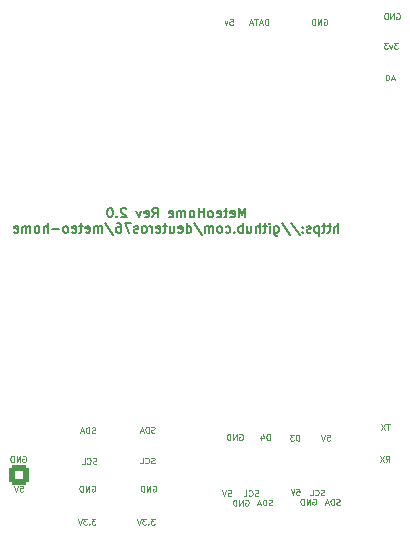
<source format=gbo>
G04 #@! TF.GenerationSoftware,KiCad,Pcbnew,7.0.7*
G04 #@! TF.CreationDate,2024-09-10T18:09:56+02:00*
G04 #@! TF.ProjectId,meteo-home,6d657465-6f2d-4686-9f6d-652e6b696361,rev?*
G04 #@! TF.SameCoordinates,Original*
G04 #@! TF.FileFunction,Legend,Bot*
G04 #@! TF.FilePolarity,Positive*
%FSLAX46Y46*%
G04 Gerber Fmt 4.6, Leading zero omitted, Abs format (unit mm)*
G04 Created by KiCad (PCBNEW 7.0.7) date 2024-09-10 18:09:56*
%MOMM*%
%LPD*%
G01*
G04 APERTURE LIST*
G04 Aperture macros list*
%AMRoundRect*
0 Rectangle with rounded corners*
0 $1 Rounding radius*
0 $2 $3 $4 $5 $6 $7 $8 $9 X,Y pos of 4 corners*
0 Add a 4 corners polygon primitive as box body*
4,1,4,$2,$3,$4,$5,$6,$7,$8,$9,$2,$3,0*
0 Add four circle primitives for the rounded corners*
1,1,$1+$1,$2,$3*
1,1,$1+$1,$4,$5*
1,1,$1+$1,$6,$7*
1,1,$1+$1,$8,$9*
0 Add four rect primitives between the rounded corners*
20,1,$1+$1,$2,$3,$4,$5,0*
20,1,$1+$1,$4,$5,$6,$7,0*
20,1,$1+$1,$6,$7,$8,$9,0*
20,1,$1+$1,$8,$9,$2,$3,0*%
G04 Aperture macros list end*
%ADD10C,0.100000*%
%ADD11C,0.150000*%
%ADD12R,2.000000X2.000000*%
%ADD13O,1.600000X2.000000*%
%ADD14R,1.727200X2.032000*%
%ADD15O,1.727200X2.032000*%
%ADD16R,1.800000X1.800000*%
%ADD17C,1.800000*%
%ADD18C,1.400000*%
%ADD19O,1.400000X1.400000*%
%ADD20R,0.850000X0.850000*%
%ADD21O,0.850000X0.850000*%
%ADD22R,1.700000X1.700000*%
%ADD23O,1.700000X1.700000*%
%ADD24RoundRect,0.250000X0.620000X-0.620000X0.620000X0.620000X-0.620000X0.620000X-0.620000X-0.620000X0*%
%ADD25C,1.740000*%
G04 APERTURE END LIST*
D10*
X133803258Y-56457419D02*
X133850877Y-56433609D01*
X133850877Y-56433609D02*
X133922306Y-56433609D01*
X133922306Y-56433609D02*
X133993734Y-56457419D01*
X133993734Y-56457419D02*
X134041353Y-56505038D01*
X134041353Y-56505038D02*
X134065163Y-56552657D01*
X134065163Y-56552657D02*
X134088972Y-56647895D01*
X134088972Y-56647895D02*
X134088972Y-56719323D01*
X134088972Y-56719323D02*
X134065163Y-56814561D01*
X134065163Y-56814561D02*
X134041353Y-56862180D01*
X134041353Y-56862180D02*
X133993734Y-56909800D01*
X133993734Y-56909800D02*
X133922306Y-56933609D01*
X133922306Y-56933609D02*
X133874687Y-56933609D01*
X133874687Y-56933609D02*
X133803258Y-56909800D01*
X133803258Y-56909800D02*
X133779449Y-56885990D01*
X133779449Y-56885990D02*
X133779449Y-56719323D01*
X133779449Y-56719323D02*
X133874687Y-56719323D01*
X133565163Y-56933609D02*
X133565163Y-56433609D01*
X133565163Y-56433609D02*
X133279449Y-56933609D01*
X133279449Y-56933609D02*
X133279449Y-56433609D01*
X133041353Y-56933609D02*
X133041353Y-56433609D01*
X133041353Y-56433609D02*
X132922305Y-56433609D01*
X132922305Y-56433609D02*
X132850877Y-56457419D01*
X132850877Y-56457419D02*
X132803258Y-56505038D01*
X132803258Y-56505038D02*
X132779448Y-56552657D01*
X132779448Y-56552657D02*
X132755639Y-56647895D01*
X132755639Y-56647895D02*
X132755639Y-56719323D01*
X132755639Y-56719323D02*
X132779448Y-56814561D01*
X132779448Y-56814561D02*
X132803258Y-56862180D01*
X132803258Y-56862180D02*
X132850877Y-56909800D01*
X132850877Y-56909800D02*
X132922305Y-56933609D01*
X132922305Y-56933609D02*
X133041353Y-56933609D01*
X127153258Y-97157419D02*
X127200877Y-97133609D01*
X127200877Y-97133609D02*
X127272306Y-97133609D01*
X127272306Y-97133609D02*
X127343734Y-97157419D01*
X127343734Y-97157419D02*
X127391353Y-97205038D01*
X127391353Y-97205038D02*
X127415163Y-97252657D01*
X127415163Y-97252657D02*
X127438972Y-97347895D01*
X127438972Y-97347895D02*
X127438972Y-97419323D01*
X127438972Y-97419323D02*
X127415163Y-97514561D01*
X127415163Y-97514561D02*
X127391353Y-97562180D01*
X127391353Y-97562180D02*
X127343734Y-97609800D01*
X127343734Y-97609800D02*
X127272306Y-97633609D01*
X127272306Y-97633609D02*
X127224687Y-97633609D01*
X127224687Y-97633609D02*
X127153258Y-97609800D01*
X127153258Y-97609800D02*
X127129449Y-97585990D01*
X127129449Y-97585990D02*
X127129449Y-97419323D01*
X127129449Y-97419323D02*
X127224687Y-97419323D01*
X126915163Y-97633609D02*
X126915163Y-97133609D01*
X126915163Y-97133609D02*
X126629449Y-97633609D01*
X126629449Y-97633609D02*
X126629449Y-97133609D01*
X126391353Y-97633609D02*
X126391353Y-97133609D01*
X126391353Y-97133609D02*
X126272305Y-97133609D01*
X126272305Y-97133609D02*
X126200877Y-97157419D01*
X126200877Y-97157419D02*
X126153258Y-97205038D01*
X126153258Y-97205038D02*
X126129448Y-97252657D01*
X126129448Y-97252657D02*
X126105639Y-97347895D01*
X126105639Y-97347895D02*
X126105639Y-97419323D01*
X126105639Y-97419323D02*
X126129448Y-97514561D01*
X126129448Y-97514561D02*
X126153258Y-97562180D01*
X126153258Y-97562180D02*
X126200877Y-97609800D01*
X126200877Y-97609800D02*
X126272305Y-97633609D01*
X126272305Y-97633609D02*
X126391353Y-97633609D01*
X114462782Y-98733609D02*
X114153258Y-98733609D01*
X114153258Y-98733609D02*
X114319925Y-98924085D01*
X114319925Y-98924085D02*
X114248496Y-98924085D01*
X114248496Y-98924085D02*
X114200877Y-98947895D01*
X114200877Y-98947895D02*
X114177068Y-98971704D01*
X114177068Y-98971704D02*
X114153258Y-99019323D01*
X114153258Y-99019323D02*
X114153258Y-99138371D01*
X114153258Y-99138371D02*
X114177068Y-99185990D01*
X114177068Y-99185990D02*
X114200877Y-99209800D01*
X114200877Y-99209800D02*
X114248496Y-99233609D01*
X114248496Y-99233609D02*
X114391353Y-99233609D01*
X114391353Y-99233609D02*
X114438972Y-99209800D01*
X114438972Y-99209800D02*
X114462782Y-99185990D01*
X113938973Y-99185990D02*
X113915163Y-99209800D01*
X113915163Y-99209800D02*
X113938973Y-99233609D01*
X113938973Y-99233609D02*
X113962782Y-99209800D01*
X113962782Y-99209800D02*
X113938973Y-99185990D01*
X113938973Y-99185990D02*
X113938973Y-99233609D01*
X113748497Y-98733609D02*
X113438973Y-98733609D01*
X113438973Y-98733609D02*
X113605640Y-98924085D01*
X113605640Y-98924085D02*
X113534211Y-98924085D01*
X113534211Y-98924085D02*
X113486592Y-98947895D01*
X113486592Y-98947895D02*
X113462783Y-98971704D01*
X113462783Y-98971704D02*
X113438973Y-99019323D01*
X113438973Y-99019323D02*
X113438973Y-99138371D01*
X113438973Y-99138371D02*
X113462783Y-99185990D01*
X113462783Y-99185990D02*
X113486592Y-99209800D01*
X113486592Y-99209800D02*
X113534211Y-99233609D01*
X113534211Y-99233609D02*
X113677068Y-99233609D01*
X113677068Y-99233609D02*
X113724687Y-99209800D01*
X113724687Y-99209800D02*
X113748497Y-99185990D01*
X113296116Y-98733609D02*
X113129450Y-99233609D01*
X113129450Y-99233609D02*
X112962783Y-98733609D01*
X114538972Y-94069800D02*
X114467544Y-94093609D01*
X114467544Y-94093609D02*
X114348496Y-94093609D01*
X114348496Y-94093609D02*
X114300877Y-94069800D01*
X114300877Y-94069800D02*
X114277068Y-94045990D01*
X114277068Y-94045990D02*
X114253258Y-93998371D01*
X114253258Y-93998371D02*
X114253258Y-93950752D01*
X114253258Y-93950752D02*
X114277068Y-93903133D01*
X114277068Y-93903133D02*
X114300877Y-93879323D01*
X114300877Y-93879323D02*
X114348496Y-93855514D01*
X114348496Y-93855514D02*
X114443734Y-93831704D01*
X114443734Y-93831704D02*
X114491353Y-93807895D01*
X114491353Y-93807895D02*
X114515163Y-93784085D01*
X114515163Y-93784085D02*
X114538972Y-93736466D01*
X114538972Y-93736466D02*
X114538972Y-93688847D01*
X114538972Y-93688847D02*
X114515163Y-93641228D01*
X114515163Y-93641228D02*
X114491353Y-93617419D01*
X114491353Y-93617419D02*
X114443734Y-93593609D01*
X114443734Y-93593609D02*
X114324687Y-93593609D01*
X114324687Y-93593609D02*
X114253258Y-93617419D01*
X113753259Y-94045990D02*
X113777068Y-94069800D01*
X113777068Y-94069800D02*
X113848497Y-94093609D01*
X113848497Y-94093609D02*
X113896116Y-94093609D01*
X113896116Y-94093609D02*
X113967544Y-94069800D01*
X113967544Y-94069800D02*
X114015163Y-94022180D01*
X114015163Y-94022180D02*
X114038973Y-93974561D01*
X114038973Y-93974561D02*
X114062782Y-93879323D01*
X114062782Y-93879323D02*
X114062782Y-93807895D01*
X114062782Y-93807895D02*
X114038973Y-93712657D01*
X114038973Y-93712657D02*
X114015163Y-93665038D01*
X114015163Y-93665038D02*
X113967544Y-93617419D01*
X113967544Y-93617419D02*
X113896116Y-93593609D01*
X113896116Y-93593609D02*
X113848497Y-93593609D01*
X113848497Y-93593609D02*
X113777068Y-93617419D01*
X113777068Y-93617419D02*
X113753259Y-93641228D01*
X113300878Y-94093609D02*
X113538973Y-94093609D01*
X113538973Y-94093609D02*
X113538973Y-93593609D01*
X129065163Y-56933609D02*
X129065163Y-56433609D01*
X129065163Y-56433609D02*
X128946115Y-56433609D01*
X128946115Y-56433609D02*
X128874687Y-56457419D01*
X128874687Y-56457419D02*
X128827068Y-56505038D01*
X128827068Y-56505038D02*
X128803258Y-56552657D01*
X128803258Y-56552657D02*
X128779449Y-56647895D01*
X128779449Y-56647895D02*
X128779449Y-56719323D01*
X128779449Y-56719323D02*
X128803258Y-56814561D01*
X128803258Y-56814561D02*
X128827068Y-56862180D01*
X128827068Y-56862180D02*
X128874687Y-56909800D01*
X128874687Y-56909800D02*
X128946115Y-56933609D01*
X128946115Y-56933609D02*
X129065163Y-56933609D01*
X128588972Y-56790752D02*
X128350877Y-56790752D01*
X128636591Y-56933609D02*
X128469925Y-56433609D01*
X128469925Y-56433609D02*
X128303258Y-56933609D01*
X128208020Y-56433609D02*
X127922306Y-56433609D01*
X128065163Y-56933609D02*
X128065163Y-56433609D01*
X127779449Y-56790752D02*
X127541354Y-56790752D01*
X127827068Y-56933609D02*
X127660402Y-56433609D01*
X127660402Y-56433609D02*
X127493735Y-56933609D01*
X114438972Y-91469800D02*
X114367544Y-91493609D01*
X114367544Y-91493609D02*
X114248496Y-91493609D01*
X114248496Y-91493609D02*
X114200877Y-91469800D01*
X114200877Y-91469800D02*
X114177068Y-91445990D01*
X114177068Y-91445990D02*
X114153258Y-91398371D01*
X114153258Y-91398371D02*
X114153258Y-91350752D01*
X114153258Y-91350752D02*
X114177068Y-91303133D01*
X114177068Y-91303133D02*
X114200877Y-91279323D01*
X114200877Y-91279323D02*
X114248496Y-91255514D01*
X114248496Y-91255514D02*
X114343734Y-91231704D01*
X114343734Y-91231704D02*
X114391353Y-91207895D01*
X114391353Y-91207895D02*
X114415163Y-91184085D01*
X114415163Y-91184085D02*
X114438972Y-91136466D01*
X114438972Y-91136466D02*
X114438972Y-91088847D01*
X114438972Y-91088847D02*
X114415163Y-91041228D01*
X114415163Y-91041228D02*
X114391353Y-91017419D01*
X114391353Y-91017419D02*
X114343734Y-90993609D01*
X114343734Y-90993609D02*
X114224687Y-90993609D01*
X114224687Y-90993609D02*
X114153258Y-91017419D01*
X113938973Y-91493609D02*
X113938973Y-90993609D01*
X113938973Y-90993609D02*
X113819925Y-90993609D01*
X113819925Y-90993609D02*
X113748497Y-91017419D01*
X113748497Y-91017419D02*
X113700878Y-91065038D01*
X113700878Y-91065038D02*
X113677068Y-91112657D01*
X113677068Y-91112657D02*
X113653259Y-91207895D01*
X113653259Y-91207895D02*
X113653259Y-91279323D01*
X113653259Y-91279323D02*
X113677068Y-91374561D01*
X113677068Y-91374561D02*
X113700878Y-91422180D01*
X113700878Y-91422180D02*
X113748497Y-91469800D01*
X113748497Y-91469800D02*
X113819925Y-91493609D01*
X113819925Y-91493609D02*
X113938973Y-91493609D01*
X113462782Y-91350752D02*
X113224687Y-91350752D01*
X113510401Y-91493609D02*
X113343735Y-90993609D01*
X113343735Y-90993609D02*
X113177068Y-91493609D01*
X133838972Y-96742300D02*
X133767544Y-96766109D01*
X133767544Y-96766109D02*
X133648496Y-96766109D01*
X133648496Y-96766109D02*
X133600877Y-96742300D01*
X133600877Y-96742300D02*
X133577068Y-96718490D01*
X133577068Y-96718490D02*
X133553258Y-96670871D01*
X133553258Y-96670871D02*
X133553258Y-96623252D01*
X133553258Y-96623252D02*
X133577068Y-96575633D01*
X133577068Y-96575633D02*
X133600877Y-96551823D01*
X133600877Y-96551823D02*
X133648496Y-96528014D01*
X133648496Y-96528014D02*
X133743734Y-96504204D01*
X133743734Y-96504204D02*
X133791353Y-96480395D01*
X133791353Y-96480395D02*
X133815163Y-96456585D01*
X133815163Y-96456585D02*
X133838972Y-96408966D01*
X133838972Y-96408966D02*
X133838972Y-96361347D01*
X133838972Y-96361347D02*
X133815163Y-96313728D01*
X133815163Y-96313728D02*
X133791353Y-96289919D01*
X133791353Y-96289919D02*
X133743734Y-96266109D01*
X133743734Y-96266109D02*
X133624687Y-96266109D01*
X133624687Y-96266109D02*
X133553258Y-96289919D01*
X133053259Y-96718490D02*
X133077068Y-96742300D01*
X133077068Y-96742300D02*
X133148497Y-96766109D01*
X133148497Y-96766109D02*
X133196116Y-96766109D01*
X133196116Y-96766109D02*
X133267544Y-96742300D01*
X133267544Y-96742300D02*
X133315163Y-96694680D01*
X133315163Y-96694680D02*
X133338973Y-96647061D01*
X133338973Y-96647061D02*
X133362782Y-96551823D01*
X133362782Y-96551823D02*
X133362782Y-96480395D01*
X133362782Y-96480395D02*
X133338973Y-96385157D01*
X133338973Y-96385157D02*
X133315163Y-96337538D01*
X133315163Y-96337538D02*
X133267544Y-96289919D01*
X133267544Y-96289919D02*
X133196116Y-96266109D01*
X133196116Y-96266109D02*
X133148497Y-96266109D01*
X133148497Y-96266109D02*
X133077068Y-96289919D01*
X133077068Y-96289919D02*
X133053259Y-96313728D01*
X132600878Y-96766109D02*
X132838973Y-96766109D01*
X132838973Y-96766109D02*
X132838973Y-96266109D01*
X140062782Y-58433609D02*
X139753258Y-58433609D01*
X139753258Y-58433609D02*
X139919925Y-58624085D01*
X139919925Y-58624085D02*
X139848496Y-58624085D01*
X139848496Y-58624085D02*
X139800877Y-58647895D01*
X139800877Y-58647895D02*
X139777068Y-58671704D01*
X139777068Y-58671704D02*
X139753258Y-58719323D01*
X139753258Y-58719323D02*
X139753258Y-58838371D01*
X139753258Y-58838371D02*
X139777068Y-58885990D01*
X139777068Y-58885990D02*
X139800877Y-58909800D01*
X139800877Y-58909800D02*
X139848496Y-58933609D01*
X139848496Y-58933609D02*
X139991353Y-58933609D01*
X139991353Y-58933609D02*
X140038972Y-58909800D01*
X140038972Y-58909800D02*
X140062782Y-58885990D01*
X139586592Y-58600276D02*
X139467544Y-58933609D01*
X139467544Y-58933609D02*
X139348497Y-58600276D01*
X139205640Y-58433609D02*
X138896116Y-58433609D01*
X138896116Y-58433609D02*
X139062783Y-58624085D01*
X139062783Y-58624085D02*
X138991354Y-58624085D01*
X138991354Y-58624085D02*
X138943735Y-58647895D01*
X138943735Y-58647895D02*
X138919926Y-58671704D01*
X138919926Y-58671704D02*
X138896116Y-58719323D01*
X138896116Y-58719323D02*
X138896116Y-58838371D01*
X138896116Y-58838371D02*
X138919926Y-58885990D01*
X138919926Y-58885990D02*
X138943735Y-58909800D01*
X138943735Y-58909800D02*
X138991354Y-58933609D01*
X138991354Y-58933609D02*
X139134211Y-58933609D01*
X139134211Y-58933609D02*
X139181830Y-58909800D01*
X139181830Y-58909800D02*
X139205640Y-58885990D01*
X134077068Y-91616109D02*
X134315163Y-91616109D01*
X134315163Y-91616109D02*
X134338972Y-91854204D01*
X134338972Y-91854204D02*
X134315163Y-91830395D01*
X134315163Y-91830395D02*
X134267544Y-91806585D01*
X134267544Y-91806585D02*
X134148496Y-91806585D01*
X134148496Y-91806585D02*
X134100877Y-91830395D01*
X134100877Y-91830395D02*
X134077068Y-91854204D01*
X134077068Y-91854204D02*
X134053258Y-91901823D01*
X134053258Y-91901823D02*
X134053258Y-92020871D01*
X134053258Y-92020871D02*
X134077068Y-92068490D01*
X134077068Y-92068490D02*
X134100877Y-92092300D01*
X134100877Y-92092300D02*
X134148496Y-92116109D01*
X134148496Y-92116109D02*
X134267544Y-92116109D01*
X134267544Y-92116109D02*
X134315163Y-92092300D01*
X134315163Y-92092300D02*
X134338972Y-92068490D01*
X133910401Y-91616109D02*
X133743735Y-92116109D01*
X133743735Y-92116109D02*
X133577068Y-91616109D01*
X119463972Y-94029800D02*
X119392544Y-94053609D01*
X119392544Y-94053609D02*
X119273496Y-94053609D01*
X119273496Y-94053609D02*
X119225877Y-94029800D01*
X119225877Y-94029800D02*
X119202068Y-94005990D01*
X119202068Y-94005990D02*
X119178258Y-93958371D01*
X119178258Y-93958371D02*
X119178258Y-93910752D01*
X119178258Y-93910752D02*
X119202068Y-93863133D01*
X119202068Y-93863133D02*
X119225877Y-93839323D01*
X119225877Y-93839323D02*
X119273496Y-93815514D01*
X119273496Y-93815514D02*
X119368734Y-93791704D01*
X119368734Y-93791704D02*
X119416353Y-93767895D01*
X119416353Y-93767895D02*
X119440163Y-93744085D01*
X119440163Y-93744085D02*
X119463972Y-93696466D01*
X119463972Y-93696466D02*
X119463972Y-93648847D01*
X119463972Y-93648847D02*
X119440163Y-93601228D01*
X119440163Y-93601228D02*
X119416353Y-93577419D01*
X119416353Y-93577419D02*
X119368734Y-93553609D01*
X119368734Y-93553609D02*
X119249687Y-93553609D01*
X119249687Y-93553609D02*
X119178258Y-93577419D01*
X118678259Y-94005990D02*
X118702068Y-94029800D01*
X118702068Y-94029800D02*
X118773497Y-94053609D01*
X118773497Y-94053609D02*
X118821116Y-94053609D01*
X118821116Y-94053609D02*
X118892544Y-94029800D01*
X118892544Y-94029800D02*
X118940163Y-93982180D01*
X118940163Y-93982180D02*
X118963973Y-93934561D01*
X118963973Y-93934561D02*
X118987782Y-93839323D01*
X118987782Y-93839323D02*
X118987782Y-93767895D01*
X118987782Y-93767895D02*
X118963973Y-93672657D01*
X118963973Y-93672657D02*
X118940163Y-93625038D01*
X118940163Y-93625038D02*
X118892544Y-93577419D01*
X118892544Y-93577419D02*
X118821116Y-93553609D01*
X118821116Y-93553609D02*
X118773497Y-93553609D01*
X118773497Y-93553609D02*
X118702068Y-93577419D01*
X118702068Y-93577419D02*
X118678259Y-93601228D01*
X118225878Y-94053609D02*
X118463973Y-94053609D01*
X118463973Y-94053609D02*
X118463973Y-93553609D01*
X126653258Y-91589119D02*
X126700877Y-91565309D01*
X126700877Y-91565309D02*
X126772306Y-91565309D01*
X126772306Y-91565309D02*
X126843734Y-91589119D01*
X126843734Y-91589119D02*
X126891353Y-91636738D01*
X126891353Y-91636738D02*
X126915163Y-91684357D01*
X126915163Y-91684357D02*
X126938972Y-91779595D01*
X126938972Y-91779595D02*
X126938972Y-91851023D01*
X126938972Y-91851023D02*
X126915163Y-91946261D01*
X126915163Y-91946261D02*
X126891353Y-91993880D01*
X126891353Y-91993880D02*
X126843734Y-92041500D01*
X126843734Y-92041500D02*
X126772306Y-92065309D01*
X126772306Y-92065309D02*
X126724687Y-92065309D01*
X126724687Y-92065309D02*
X126653258Y-92041500D01*
X126653258Y-92041500D02*
X126629449Y-92017690D01*
X126629449Y-92017690D02*
X126629449Y-91851023D01*
X126629449Y-91851023D02*
X126724687Y-91851023D01*
X126415163Y-92065309D02*
X126415163Y-91565309D01*
X126415163Y-91565309D02*
X126129449Y-92065309D01*
X126129449Y-92065309D02*
X126129449Y-91565309D01*
X125891353Y-92065309D02*
X125891353Y-91565309D01*
X125891353Y-91565309D02*
X125772305Y-91565309D01*
X125772305Y-91565309D02*
X125700877Y-91589119D01*
X125700877Y-91589119D02*
X125653258Y-91636738D01*
X125653258Y-91636738D02*
X125629448Y-91684357D01*
X125629448Y-91684357D02*
X125605639Y-91779595D01*
X125605639Y-91779595D02*
X125605639Y-91851023D01*
X125605639Y-91851023D02*
X125629448Y-91946261D01*
X125629448Y-91946261D02*
X125653258Y-91993880D01*
X125653258Y-91993880D02*
X125700877Y-92041500D01*
X125700877Y-92041500D02*
X125772305Y-92065309D01*
X125772305Y-92065309D02*
X125891353Y-92065309D01*
X114153258Y-95957419D02*
X114200877Y-95933609D01*
X114200877Y-95933609D02*
X114272306Y-95933609D01*
X114272306Y-95933609D02*
X114343734Y-95957419D01*
X114343734Y-95957419D02*
X114391353Y-96005038D01*
X114391353Y-96005038D02*
X114415163Y-96052657D01*
X114415163Y-96052657D02*
X114438972Y-96147895D01*
X114438972Y-96147895D02*
X114438972Y-96219323D01*
X114438972Y-96219323D02*
X114415163Y-96314561D01*
X114415163Y-96314561D02*
X114391353Y-96362180D01*
X114391353Y-96362180D02*
X114343734Y-96409800D01*
X114343734Y-96409800D02*
X114272306Y-96433609D01*
X114272306Y-96433609D02*
X114224687Y-96433609D01*
X114224687Y-96433609D02*
X114153258Y-96409800D01*
X114153258Y-96409800D02*
X114129449Y-96385990D01*
X114129449Y-96385990D02*
X114129449Y-96219323D01*
X114129449Y-96219323D02*
X114224687Y-96219323D01*
X113915163Y-96433609D02*
X113915163Y-95933609D01*
X113915163Y-95933609D02*
X113629449Y-96433609D01*
X113629449Y-96433609D02*
X113629449Y-95933609D01*
X113391353Y-96433609D02*
X113391353Y-95933609D01*
X113391353Y-95933609D02*
X113272305Y-95933609D01*
X113272305Y-95933609D02*
X113200877Y-95957419D01*
X113200877Y-95957419D02*
X113153258Y-96005038D01*
X113153258Y-96005038D02*
X113129448Y-96052657D01*
X113129448Y-96052657D02*
X113105639Y-96147895D01*
X113105639Y-96147895D02*
X113105639Y-96219323D01*
X113105639Y-96219323D02*
X113129448Y-96314561D01*
X113129448Y-96314561D02*
X113153258Y-96362180D01*
X113153258Y-96362180D02*
X113200877Y-96409800D01*
X113200877Y-96409800D02*
X113272305Y-96433609D01*
X113272305Y-96433609D02*
X113391353Y-96433609D01*
X139738972Y-61490752D02*
X139500877Y-61490752D01*
X139786591Y-61633609D02*
X139619925Y-61133609D01*
X139619925Y-61133609D02*
X139453258Y-61633609D01*
X139191354Y-61133609D02*
X139143735Y-61133609D01*
X139143735Y-61133609D02*
X139096116Y-61157419D01*
X139096116Y-61157419D02*
X139072306Y-61181228D01*
X139072306Y-61181228D02*
X139048497Y-61228847D01*
X139048497Y-61228847D02*
X139024687Y-61324085D01*
X139024687Y-61324085D02*
X139024687Y-61443133D01*
X139024687Y-61443133D02*
X139048497Y-61538371D01*
X139048497Y-61538371D02*
X139072306Y-61585990D01*
X139072306Y-61585990D02*
X139096116Y-61609800D01*
X139096116Y-61609800D02*
X139143735Y-61633609D01*
X139143735Y-61633609D02*
X139191354Y-61633609D01*
X139191354Y-61633609D02*
X139238973Y-61609800D01*
X139238973Y-61609800D02*
X139262782Y-61585990D01*
X139262782Y-61585990D02*
X139286592Y-61538371D01*
X139286592Y-61538371D02*
X139310401Y-61443133D01*
X139310401Y-61443133D02*
X139310401Y-61324085D01*
X139310401Y-61324085D02*
X139286592Y-61228847D01*
X139286592Y-61228847D02*
X139262782Y-61181228D01*
X139262782Y-61181228D02*
X139238973Y-61157419D01*
X139238973Y-61157419D02*
X139191354Y-61133609D01*
X128238972Y-96792300D02*
X128167544Y-96816109D01*
X128167544Y-96816109D02*
X128048496Y-96816109D01*
X128048496Y-96816109D02*
X128000877Y-96792300D01*
X128000877Y-96792300D02*
X127977068Y-96768490D01*
X127977068Y-96768490D02*
X127953258Y-96720871D01*
X127953258Y-96720871D02*
X127953258Y-96673252D01*
X127953258Y-96673252D02*
X127977068Y-96625633D01*
X127977068Y-96625633D02*
X128000877Y-96601823D01*
X128000877Y-96601823D02*
X128048496Y-96578014D01*
X128048496Y-96578014D02*
X128143734Y-96554204D01*
X128143734Y-96554204D02*
X128191353Y-96530395D01*
X128191353Y-96530395D02*
X128215163Y-96506585D01*
X128215163Y-96506585D02*
X128238972Y-96458966D01*
X128238972Y-96458966D02*
X128238972Y-96411347D01*
X128238972Y-96411347D02*
X128215163Y-96363728D01*
X128215163Y-96363728D02*
X128191353Y-96339919D01*
X128191353Y-96339919D02*
X128143734Y-96316109D01*
X128143734Y-96316109D02*
X128024687Y-96316109D01*
X128024687Y-96316109D02*
X127953258Y-96339919D01*
X127453259Y-96768490D02*
X127477068Y-96792300D01*
X127477068Y-96792300D02*
X127548497Y-96816109D01*
X127548497Y-96816109D02*
X127596116Y-96816109D01*
X127596116Y-96816109D02*
X127667544Y-96792300D01*
X127667544Y-96792300D02*
X127715163Y-96744680D01*
X127715163Y-96744680D02*
X127738973Y-96697061D01*
X127738973Y-96697061D02*
X127762782Y-96601823D01*
X127762782Y-96601823D02*
X127762782Y-96530395D01*
X127762782Y-96530395D02*
X127738973Y-96435157D01*
X127738973Y-96435157D02*
X127715163Y-96387538D01*
X127715163Y-96387538D02*
X127667544Y-96339919D01*
X127667544Y-96339919D02*
X127596116Y-96316109D01*
X127596116Y-96316109D02*
X127548497Y-96316109D01*
X127548497Y-96316109D02*
X127477068Y-96339919D01*
X127477068Y-96339919D02*
X127453259Y-96363728D01*
X127000878Y-96816109D02*
X127238973Y-96816109D01*
X127238973Y-96816109D02*
X127238973Y-96316109D01*
X139953258Y-55957419D02*
X140000877Y-55933609D01*
X140000877Y-55933609D02*
X140072306Y-55933609D01*
X140072306Y-55933609D02*
X140143734Y-55957419D01*
X140143734Y-55957419D02*
X140191353Y-56005038D01*
X140191353Y-56005038D02*
X140215163Y-56052657D01*
X140215163Y-56052657D02*
X140238972Y-56147895D01*
X140238972Y-56147895D02*
X140238972Y-56219323D01*
X140238972Y-56219323D02*
X140215163Y-56314561D01*
X140215163Y-56314561D02*
X140191353Y-56362180D01*
X140191353Y-56362180D02*
X140143734Y-56409800D01*
X140143734Y-56409800D02*
X140072306Y-56433609D01*
X140072306Y-56433609D02*
X140024687Y-56433609D01*
X140024687Y-56433609D02*
X139953258Y-56409800D01*
X139953258Y-56409800D02*
X139929449Y-56385990D01*
X139929449Y-56385990D02*
X139929449Y-56219323D01*
X139929449Y-56219323D02*
X140024687Y-56219323D01*
X139715163Y-56433609D02*
X139715163Y-55933609D01*
X139715163Y-55933609D02*
X139429449Y-56433609D01*
X139429449Y-56433609D02*
X139429449Y-55933609D01*
X139191353Y-56433609D02*
X139191353Y-55933609D01*
X139191353Y-55933609D02*
X139072305Y-55933609D01*
X139072305Y-55933609D02*
X139000877Y-55957419D01*
X139000877Y-55957419D02*
X138953258Y-56005038D01*
X138953258Y-56005038D02*
X138929448Y-56052657D01*
X138929448Y-56052657D02*
X138905639Y-56147895D01*
X138905639Y-56147895D02*
X138905639Y-56219323D01*
X138905639Y-56219323D02*
X138929448Y-56314561D01*
X138929448Y-56314561D02*
X138953258Y-56362180D01*
X138953258Y-56362180D02*
X139000877Y-56409800D01*
X139000877Y-56409800D02*
X139072305Y-56433609D01*
X139072305Y-56433609D02*
X139191353Y-56433609D01*
X129215163Y-92065309D02*
X129215163Y-91565309D01*
X129215163Y-91565309D02*
X129096115Y-91565309D01*
X129096115Y-91565309D02*
X129024687Y-91589119D01*
X129024687Y-91589119D02*
X128977068Y-91636738D01*
X128977068Y-91636738D02*
X128953258Y-91684357D01*
X128953258Y-91684357D02*
X128929449Y-91779595D01*
X128929449Y-91779595D02*
X128929449Y-91851023D01*
X128929449Y-91851023D02*
X128953258Y-91946261D01*
X128953258Y-91946261D02*
X128977068Y-91993880D01*
X128977068Y-91993880D02*
X129024687Y-92041500D01*
X129024687Y-92041500D02*
X129096115Y-92065309D01*
X129096115Y-92065309D02*
X129215163Y-92065309D01*
X128500877Y-91731976D02*
X128500877Y-92065309D01*
X128619925Y-91541500D02*
X128738972Y-91898642D01*
X128738972Y-91898642D02*
X128429449Y-91898642D01*
X119327458Y-95957419D02*
X119375077Y-95933609D01*
X119375077Y-95933609D02*
X119446506Y-95933609D01*
X119446506Y-95933609D02*
X119517934Y-95957419D01*
X119517934Y-95957419D02*
X119565553Y-96005038D01*
X119565553Y-96005038D02*
X119589363Y-96052657D01*
X119589363Y-96052657D02*
X119613172Y-96147895D01*
X119613172Y-96147895D02*
X119613172Y-96219323D01*
X119613172Y-96219323D02*
X119589363Y-96314561D01*
X119589363Y-96314561D02*
X119565553Y-96362180D01*
X119565553Y-96362180D02*
X119517934Y-96409800D01*
X119517934Y-96409800D02*
X119446506Y-96433609D01*
X119446506Y-96433609D02*
X119398887Y-96433609D01*
X119398887Y-96433609D02*
X119327458Y-96409800D01*
X119327458Y-96409800D02*
X119303649Y-96385990D01*
X119303649Y-96385990D02*
X119303649Y-96219323D01*
X119303649Y-96219323D02*
X119398887Y-96219323D01*
X119089363Y-96433609D02*
X119089363Y-95933609D01*
X119089363Y-95933609D02*
X118803649Y-96433609D01*
X118803649Y-96433609D02*
X118803649Y-95933609D01*
X118565553Y-96433609D02*
X118565553Y-95933609D01*
X118565553Y-95933609D02*
X118446505Y-95933609D01*
X118446505Y-95933609D02*
X118375077Y-95957419D01*
X118375077Y-95957419D02*
X118327458Y-96005038D01*
X118327458Y-96005038D02*
X118303648Y-96052657D01*
X118303648Y-96052657D02*
X118279839Y-96147895D01*
X118279839Y-96147895D02*
X118279839Y-96219323D01*
X118279839Y-96219323D02*
X118303648Y-96314561D01*
X118303648Y-96314561D02*
X118327458Y-96362180D01*
X118327458Y-96362180D02*
X118375077Y-96409800D01*
X118375077Y-96409800D02*
X118446505Y-96433609D01*
X118446505Y-96433609D02*
X118565553Y-96433609D01*
X125677068Y-96333609D02*
X125915163Y-96333609D01*
X125915163Y-96333609D02*
X125938972Y-96571704D01*
X125938972Y-96571704D02*
X125915163Y-96547895D01*
X125915163Y-96547895D02*
X125867544Y-96524085D01*
X125867544Y-96524085D02*
X125748496Y-96524085D01*
X125748496Y-96524085D02*
X125700877Y-96547895D01*
X125700877Y-96547895D02*
X125677068Y-96571704D01*
X125677068Y-96571704D02*
X125653258Y-96619323D01*
X125653258Y-96619323D02*
X125653258Y-96738371D01*
X125653258Y-96738371D02*
X125677068Y-96785990D01*
X125677068Y-96785990D02*
X125700877Y-96809800D01*
X125700877Y-96809800D02*
X125748496Y-96833609D01*
X125748496Y-96833609D02*
X125867544Y-96833609D01*
X125867544Y-96833609D02*
X125915163Y-96809800D01*
X125915163Y-96809800D02*
X125938972Y-96785990D01*
X125510401Y-96333609D02*
X125343735Y-96833609D01*
X125343735Y-96833609D02*
X125177068Y-96333609D01*
X119462782Y-98733609D02*
X119153258Y-98733609D01*
X119153258Y-98733609D02*
X119319925Y-98924085D01*
X119319925Y-98924085D02*
X119248496Y-98924085D01*
X119248496Y-98924085D02*
X119200877Y-98947895D01*
X119200877Y-98947895D02*
X119177068Y-98971704D01*
X119177068Y-98971704D02*
X119153258Y-99019323D01*
X119153258Y-99019323D02*
X119153258Y-99138371D01*
X119153258Y-99138371D02*
X119177068Y-99185990D01*
X119177068Y-99185990D02*
X119200877Y-99209800D01*
X119200877Y-99209800D02*
X119248496Y-99233609D01*
X119248496Y-99233609D02*
X119391353Y-99233609D01*
X119391353Y-99233609D02*
X119438972Y-99209800D01*
X119438972Y-99209800D02*
X119462782Y-99185990D01*
X118938973Y-99185990D02*
X118915163Y-99209800D01*
X118915163Y-99209800D02*
X118938973Y-99233609D01*
X118938973Y-99233609D02*
X118962782Y-99209800D01*
X118962782Y-99209800D02*
X118938973Y-99185990D01*
X118938973Y-99185990D02*
X118938973Y-99233609D01*
X118748497Y-98733609D02*
X118438973Y-98733609D01*
X118438973Y-98733609D02*
X118605640Y-98924085D01*
X118605640Y-98924085D02*
X118534211Y-98924085D01*
X118534211Y-98924085D02*
X118486592Y-98947895D01*
X118486592Y-98947895D02*
X118462783Y-98971704D01*
X118462783Y-98971704D02*
X118438973Y-99019323D01*
X118438973Y-99019323D02*
X118438973Y-99138371D01*
X118438973Y-99138371D02*
X118462783Y-99185990D01*
X118462783Y-99185990D02*
X118486592Y-99209800D01*
X118486592Y-99209800D02*
X118534211Y-99233609D01*
X118534211Y-99233609D02*
X118677068Y-99233609D01*
X118677068Y-99233609D02*
X118724687Y-99209800D01*
X118724687Y-99209800D02*
X118748497Y-99185990D01*
X118296116Y-98733609D02*
X118129450Y-99233609D01*
X118129450Y-99233609D02*
X117962783Y-98733609D01*
X131715163Y-92116109D02*
X131715163Y-91616109D01*
X131715163Y-91616109D02*
X131596115Y-91616109D01*
X131596115Y-91616109D02*
X131524687Y-91639919D01*
X131524687Y-91639919D02*
X131477068Y-91687538D01*
X131477068Y-91687538D02*
X131453258Y-91735157D01*
X131453258Y-91735157D02*
X131429449Y-91830395D01*
X131429449Y-91830395D02*
X131429449Y-91901823D01*
X131429449Y-91901823D02*
X131453258Y-91997061D01*
X131453258Y-91997061D02*
X131477068Y-92044680D01*
X131477068Y-92044680D02*
X131524687Y-92092300D01*
X131524687Y-92092300D02*
X131596115Y-92116109D01*
X131596115Y-92116109D02*
X131715163Y-92116109D01*
X131262782Y-91616109D02*
X130953258Y-91616109D01*
X130953258Y-91616109D02*
X131119925Y-91806585D01*
X131119925Y-91806585D02*
X131048496Y-91806585D01*
X131048496Y-91806585D02*
X131000877Y-91830395D01*
X131000877Y-91830395D02*
X130977068Y-91854204D01*
X130977068Y-91854204D02*
X130953258Y-91901823D01*
X130953258Y-91901823D02*
X130953258Y-92020871D01*
X130953258Y-92020871D02*
X130977068Y-92068490D01*
X130977068Y-92068490D02*
X131000877Y-92092300D01*
X131000877Y-92092300D02*
X131048496Y-92116109D01*
X131048496Y-92116109D02*
X131191353Y-92116109D01*
X131191353Y-92116109D02*
X131238972Y-92092300D01*
X131238972Y-92092300D02*
X131262782Y-92068490D01*
X125827068Y-56433609D02*
X126065163Y-56433609D01*
X126065163Y-56433609D02*
X126088972Y-56671704D01*
X126088972Y-56671704D02*
X126065163Y-56647895D01*
X126065163Y-56647895D02*
X126017544Y-56624085D01*
X126017544Y-56624085D02*
X125898496Y-56624085D01*
X125898496Y-56624085D02*
X125850877Y-56647895D01*
X125850877Y-56647895D02*
X125827068Y-56671704D01*
X125827068Y-56671704D02*
X125803258Y-56719323D01*
X125803258Y-56719323D02*
X125803258Y-56838371D01*
X125803258Y-56838371D02*
X125827068Y-56885990D01*
X125827068Y-56885990D02*
X125850877Y-56909800D01*
X125850877Y-56909800D02*
X125898496Y-56933609D01*
X125898496Y-56933609D02*
X126017544Y-56933609D01*
X126017544Y-56933609D02*
X126065163Y-56909800D01*
X126065163Y-56909800D02*
X126088972Y-56885990D01*
X125636592Y-56600276D02*
X125517544Y-56933609D01*
X125517544Y-56933609D02*
X125398497Y-56600276D01*
D11*
X127109523Y-73218295D02*
X127109523Y-72418295D01*
X127109523Y-72418295D02*
X126842857Y-72989723D01*
X126842857Y-72989723D02*
X126576190Y-72418295D01*
X126576190Y-72418295D02*
X126576190Y-73218295D01*
X125890475Y-73180200D02*
X125966666Y-73218295D01*
X125966666Y-73218295D02*
X126119047Y-73218295D01*
X126119047Y-73218295D02*
X126195237Y-73180200D01*
X126195237Y-73180200D02*
X126233333Y-73104009D01*
X126233333Y-73104009D02*
X126233333Y-72799247D01*
X126233333Y-72799247D02*
X126195237Y-72723057D01*
X126195237Y-72723057D02*
X126119047Y-72684961D01*
X126119047Y-72684961D02*
X125966666Y-72684961D01*
X125966666Y-72684961D02*
X125890475Y-72723057D01*
X125890475Y-72723057D02*
X125852380Y-72799247D01*
X125852380Y-72799247D02*
X125852380Y-72875438D01*
X125852380Y-72875438D02*
X126233333Y-72951628D01*
X125623809Y-72684961D02*
X125319047Y-72684961D01*
X125509523Y-72418295D02*
X125509523Y-73104009D01*
X125509523Y-73104009D02*
X125471428Y-73180200D01*
X125471428Y-73180200D02*
X125395238Y-73218295D01*
X125395238Y-73218295D02*
X125319047Y-73218295D01*
X124747618Y-73180200D02*
X124823809Y-73218295D01*
X124823809Y-73218295D02*
X124976190Y-73218295D01*
X124976190Y-73218295D02*
X125052380Y-73180200D01*
X125052380Y-73180200D02*
X125090476Y-73104009D01*
X125090476Y-73104009D02*
X125090476Y-72799247D01*
X125090476Y-72799247D02*
X125052380Y-72723057D01*
X125052380Y-72723057D02*
X124976190Y-72684961D01*
X124976190Y-72684961D02*
X124823809Y-72684961D01*
X124823809Y-72684961D02*
X124747618Y-72723057D01*
X124747618Y-72723057D02*
X124709523Y-72799247D01*
X124709523Y-72799247D02*
X124709523Y-72875438D01*
X124709523Y-72875438D02*
X125090476Y-72951628D01*
X124252381Y-73218295D02*
X124328571Y-73180200D01*
X124328571Y-73180200D02*
X124366666Y-73142104D01*
X124366666Y-73142104D02*
X124404762Y-73065914D01*
X124404762Y-73065914D02*
X124404762Y-72837342D01*
X124404762Y-72837342D02*
X124366666Y-72761152D01*
X124366666Y-72761152D02*
X124328571Y-72723057D01*
X124328571Y-72723057D02*
X124252381Y-72684961D01*
X124252381Y-72684961D02*
X124138095Y-72684961D01*
X124138095Y-72684961D02*
X124061904Y-72723057D01*
X124061904Y-72723057D02*
X124023809Y-72761152D01*
X124023809Y-72761152D02*
X123985714Y-72837342D01*
X123985714Y-72837342D02*
X123985714Y-73065914D01*
X123985714Y-73065914D02*
X124023809Y-73142104D01*
X124023809Y-73142104D02*
X124061904Y-73180200D01*
X124061904Y-73180200D02*
X124138095Y-73218295D01*
X124138095Y-73218295D02*
X124252381Y-73218295D01*
X123642856Y-73218295D02*
X123642856Y-72418295D01*
X123642856Y-72799247D02*
X123185713Y-72799247D01*
X123185713Y-73218295D02*
X123185713Y-72418295D01*
X122690476Y-73218295D02*
X122766666Y-73180200D01*
X122766666Y-73180200D02*
X122804761Y-73142104D01*
X122804761Y-73142104D02*
X122842857Y-73065914D01*
X122842857Y-73065914D02*
X122842857Y-72837342D01*
X122842857Y-72837342D02*
X122804761Y-72761152D01*
X122804761Y-72761152D02*
X122766666Y-72723057D01*
X122766666Y-72723057D02*
X122690476Y-72684961D01*
X122690476Y-72684961D02*
X122576190Y-72684961D01*
X122576190Y-72684961D02*
X122499999Y-72723057D01*
X122499999Y-72723057D02*
X122461904Y-72761152D01*
X122461904Y-72761152D02*
X122423809Y-72837342D01*
X122423809Y-72837342D02*
X122423809Y-73065914D01*
X122423809Y-73065914D02*
X122461904Y-73142104D01*
X122461904Y-73142104D02*
X122499999Y-73180200D01*
X122499999Y-73180200D02*
X122576190Y-73218295D01*
X122576190Y-73218295D02*
X122690476Y-73218295D01*
X122080951Y-73218295D02*
X122080951Y-72684961D01*
X122080951Y-72761152D02*
X122042856Y-72723057D01*
X122042856Y-72723057D02*
X121966666Y-72684961D01*
X121966666Y-72684961D02*
X121852380Y-72684961D01*
X121852380Y-72684961D02*
X121776189Y-72723057D01*
X121776189Y-72723057D02*
X121738094Y-72799247D01*
X121738094Y-72799247D02*
X121738094Y-73218295D01*
X121738094Y-72799247D02*
X121699999Y-72723057D01*
X121699999Y-72723057D02*
X121623808Y-72684961D01*
X121623808Y-72684961D02*
X121509523Y-72684961D01*
X121509523Y-72684961D02*
X121433332Y-72723057D01*
X121433332Y-72723057D02*
X121395237Y-72799247D01*
X121395237Y-72799247D02*
X121395237Y-73218295D01*
X120709522Y-73180200D02*
X120785713Y-73218295D01*
X120785713Y-73218295D02*
X120938094Y-73218295D01*
X120938094Y-73218295D02*
X121014284Y-73180200D01*
X121014284Y-73180200D02*
X121052380Y-73104009D01*
X121052380Y-73104009D02*
X121052380Y-72799247D01*
X121052380Y-72799247D02*
X121014284Y-72723057D01*
X121014284Y-72723057D02*
X120938094Y-72684961D01*
X120938094Y-72684961D02*
X120785713Y-72684961D01*
X120785713Y-72684961D02*
X120709522Y-72723057D01*
X120709522Y-72723057D02*
X120671427Y-72799247D01*
X120671427Y-72799247D02*
X120671427Y-72875438D01*
X120671427Y-72875438D02*
X121052380Y-72951628D01*
X119261903Y-73218295D02*
X119528570Y-72837342D01*
X119719046Y-73218295D02*
X119719046Y-72418295D01*
X119719046Y-72418295D02*
X119414284Y-72418295D01*
X119414284Y-72418295D02*
X119338094Y-72456390D01*
X119338094Y-72456390D02*
X119299999Y-72494485D01*
X119299999Y-72494485D02*
X119261903Y-72570676D01*
X119261903Y-72570676D02*
X119261903Y-72684961D01*
X119261903Y-72684961D02*
X119299999Y-72761152D01*
X119299999Y-72761152D02*
X119338094Y-72799247D01*
X119338094Y-72799247D02*
X119414284Y-72837342D01*
X119414284Y-72837342D02*
X119719046Y-72837342D01*
X118614284Y-73180200D02*
X118690475Y-73218295D01*
X118690475Y-73218295D02*
X118842856Y-73218295D01*
X118842856Y-73218295D02*
X118919046Y-73180200D01*
X118919046Y-73180200D02*
X118957142Y-73104009D01*
X118957142Y-73104009D02*
X118957142Y-72799247D01*
X118957142Y-72799247D02*
X118919046Y-72723057D01*
X118919046Y-72723057D02*
X118842856Y-72684961D01*
X118842856Y-72684961D02*
X118690475Y-72684961D01*
X118690475Y-72684961D02*
X118614284Y-72723057D01*
X118614284Y-72723057D02*
X118576189Y-72799247D01*
X118576189Y-72799247D02*
X118576189Y-72875438D01*
X118576189Y-72875438D02*
X118957142Y-72951628D01*
X118309523Y-72684961D02*
X118119047Y-73218295D01*
X118119047Y-73218295D02*
X117928570Y-72684961D01*
X117052380Y-72494485D02*
X117014284Y-72456390D01*
X117014284Y-72456390D02*
X116938094Y-72418295D01*
X116938094Y-72418295D02*
X116747618Y-72418295D01*
X116747618Y-72418295D02*
X116671427Y-72456390D01*
X116671427Y-72456390D02*
X116633332Y-72494485D01*
X116633332Y-72494485D02*
X116595237Y-72570676D01*
X116595237Y-72570676D02*
X116595237Y-72646866D01*
X116595237Y-72646866D02*
X116633332Y-72761152D01*
X116633332Y-72761152D02*
X117090475Y-73218295D01*
X117090475Y-73218295D02*
X116595237Y-73218295D01*
X116252379Y-73142104D02*
X116214284Y-73180200D01*
X116214284Y-73180200D02*
X116252379Y-73218295D01*
X116252379Y-73218295D02*
X116290475Y-73180200D01*
X116290475Y-73180200D02*
X116252379Y-73142104D01*
X116252379Y-73142104D02*
X116252379Y-73218295D01*
X115719046Y-72418295D02*
X115642856Y-72418295D01*
X115642856Y-72418295D02*
X115566665Y-72456390D01*
X115566665Y-72456390D02*
X115528570Y-72494485D01*
X115528570Y-72494485D02*
X115490475Y-72570676D01*
X115490475Y-72570676D02*
X115452380Y-72723057D01*
X115452380Y-72723057D02*
X115452380Y-72913533D01*
X115452380Y-72913533D02*
X115490475Y-73065914D01*
X115490475Y-73065914D02*
X115528570Y-73142104D01*
X115528570Y-73142104D02*
X115566665Y-73180200D01*
X115566665Y-73180200D02*
X115642856Y-73218295D01*
X115642856Y-73218295D02*
X115719046Y-73218295D01*
X115719046Y-73218295D02*
X115795237Y-73180200D01*
X115795237Y-73180200D02*
X115833332Y-73142104D01*
X115833332Y-73142104D02*
X115871427Y-73065914D01*
X115871427Y-73065914D02*
X115909523Y-72913533D01*
X115909523Y-72913533D02*
X115909523Y-72723057D01*
X115909523Y-72723057D02*
X115871427Y-72570676D01*
X115871427Y-72570676D02*
X115833332Y-72494485D01*
X115833332Y-72494485D02*
X115795237Y-72456390D01*
X115795237Y-72456390D02*
X115719046Y-72418295D01*
X135014287Y-74506295D02*
X135014287Y-73706295D01*
X134671430Y-74506295D02*
X134671430Y-74087247D01*
X134671430Y-74087247D02*
X134709525Y-74011057D01*
X134709525Y-74011057D02*
X134785716Y-73972961D01*
X134785716Y-73972961D02*
X134900002Y-73972961D01*
X134900002Y-73972961D02*
X134976192Y-74011057D01*
X134976192Y-74011057D02*
X135014287Y-74049152D01*
X134404763Y-73972961D02*
X134100001Y-73972961D01*
X134290477Y-73706295D02*
X134290477Y-74392009D01*
X134290477Y-74392009D02*
X134252382Y-74468200D01*
X134252382Y-74468200D02*
X134176192Y-74506295D01*
X134176192Y-74506295D02*
X134100001Y-74506295D01*
X133947620Y-73972961D02*
X133642858Y-73972961D01*
X133833334Y-73706295D02*
X133833334Y-74392009D01*
X133833334Y-74392009D02*
X133795239Y-74468200D01*
X133795239Y-74468200D02*
X133719049Y-74506295D01*
X133719049Y-74506295D02*
X133642858Y-74506295D01*
X133376191Y-73972961D02*
X133376191Y-74772961D01*
X133376191Y-74011057D02*
X133300001Y-73972961D01*
X133300001Y-73972961D02*
X133147620Y-73972961D01*
X133147620Y-73972961D02*
X133071429Y-74011057D01*
X133071429Y-74011057D02*
X133033334Y-74049152D01*
X133033334Y-74049152D02*
X132995239Y-74125342D01*
X132995239Y-74125342D02*
X132995239Y-74353914D01*
X132995239Y-74353914D02*
X133033334Y-74430104D01*
X133033334Y-74430104D02*
X133071429Y-74468200D01*
X133071429Y-74468200D02*
X133147620Y-74506295D01*
X133147620Y-74506295D02*
X133300001Y-74506295D01*
X133300001Y-74506295D02*
X133376191Y-74468200D01*
X132690477Y-74468200D02*
X132614286Y-74506295D01*
X132614286Y-74506295D02*
X132461905Y-74506295D01*
X132461905Y-74506295D02*
X132385715Y-74468200D01*
X132385715Y-74468200D02*
X132347619Y-74392009D01*
X132347619Y-74392009D02*
X132347619Y-74353914D01*
X132347619Y-74353914D02*
X132385715Y-74277723D01*
X132385715Y-74277723D02*
X132461905Y-74239628D01*
X132461905Y-74239628D02*
X132576191Y-74239628D01*
X132576191Y-74239628D02*
X132652381Y-74201533D01*
X132652381Y-74201533D02*
X132690477Y-74125342D01*
X132690477Y-74125342D02*
X132690477Y-74087247D01*
X132690477Y-74087247D02*
X132652381Y-74011057D01*
X132652381Y-74011057D02*
X132576191Y-73972961D01*
X132576191Y-73972961D02*
X132461905Y-73972961D01*
X132461905Y-73972961D02*
X132385715Y-74011057D01*
X132004762Y-74430104D02*
X131966667Y-74468200D01*
X131966667Y-74468200D02*
X132004762Y-74506295D01*
X132004762Y-74506295D02*
X132042858Y-74468200D01*
X132042858Y-74468200D02*
X132004762Y-74430104D01*
X132004762Y-74430104D02*
X132004762Y-74506295D01*
X132004762Y-74011057D02*
X131966667Y-74049152D01*
X131966667Y-74049152D02*
X132004762Y-74087247D01*
X132004762Y-74087247D02*
X132042858Y-74049152D01*
X132042858Y-74049152D02*
X132004762Y-74011057D01*
X132004762Y-74011057D02*
X132004762Y-74087247D01*
X131052382Y-73668200D02*
X131738096Y-74696771D01*
X130214287Y-73668200D02*
X130900001Y-74696771D01*
X129604763Y-73972961D02*
X129604763Y-74620580D01*
X129604763Y-74620580D02*
X129642858Y-74696771D01*
X129642858Y-74696771D02*
X129680954Y-74734866D01*
X129680954Y-74734866D02*
X129757144Y-74772961D01*
X129757144Y-74772961D02*
X129871430Y-74772961D01*
X129871430Y-74772961D02*
X129947620Y-74734866D01*
X129604763Y-74468200D02*
X129680954Y-74506295D01*
X129680954Y-74506295D02*
X129833335Y-74506295D01*
X129833335Y-74506295D02*
X129909525Y-74468200D01*
X129909525Y-74468200D02*
X129947620Y-74430104D01*
X129947620Y-74430104D02*
X129985716Y-74353914D01*
X129985716Y-74353914D02*
X129985716Y-74125342D01*
X129985716Y-74125342D02*
X129947620Y-74049152D01*
X129947620Y-74049152D02*
X129909525Y-74011057D01*
X129909525Y-74011057D02*
X129833335Y-73972961D01*
X129833335Y-73972961D02*
X129680954Y-73972961D01*
X129680954Y-73972961D02*
X129604763Y-74011057D01*
X129223810Y-74506295D02*
X129223810Y-73972961D01*
X129223810Y-73706295D02*
X129261906Y-73744390D01*
X129261906Y-73744390D02*
X129223810Y-73782485D01*
X129223810Y-73782485D02*
X129185715Y-73744390D01*
X129185715Y-73744390D02*
X129223810Y-73706295D01*
X129223810Y-73706295D02*
X129223810Y-73782485D01*
X128957144Y-73972961D02*
X128652382Y-73972961D01*
X128842858Y-73706295D02*
X128842858Y-74392009D01*
X128842858Y-74392009D02*
X128804763Y-74468200D01*
X128804763Y-74468200D02*
X128728573Y-74506295D01*
X128728573Y-74506295D02*
X128652382Y-74506295D01*
X128385715Y-74506295D02*
X128385715Y-73706295D01*
X128042858Y-74506295D02*
X128042858Y-74087247D01*
X128042858Y-74087247D02*
X128080953Y-74011057D01*
X128080953Y-74011057D02*
X128157144Y-73972961D01*
X128157144Y-73972961D02*
X128271430Y-73972961D01*
X128271430Y-73972961D02*
X128347620Y-74011057D01*
X128347620Y-74011057D02*
X128385715Y-74049152D01*
X127319048Y-73972961D02*
X127319048Y-74506295D01*
X127661905Y-73972961D02*
X127661905Y-74392009D01*
X127661905Y-74392009D02*
X127623810Y-74468200D01*
X127623810Y-74468200D02*
X127547620Y-74506295D01*
X127547620Y-74506295D02*
X127433334Y-74506295D01*
X127433334Y-74506295D02*
X127357143Y-74468200D01*
X127357143Y-74468200D02*
X127319048Y-74430104D01*
X126938095Y-74506295D02*
X126938095Y-73706295D01*
X126938095Y-74011057D02*
X126861905Y-73972961D01*
X126861905Y-73972961D02*
X126709524Y-73972961D01*
X126709524Y-73972961D02*
X126633333Y-74011057D01*
X126633333Y-74011057D02*
X126595238Y-74049152D01*
X126595238Y-74049152D02*
X126557143Y-74125342D01*
X126557143Y-74125342D02*
X126557143Y-74353914D01*
X126557143Y-74353914D02*
X126595238Y-74430104D01*
X126595238Y-74430104D02*
X126633333Y-74468200D01*
X126633333Y-74468200D02*
X126709524Y-74506295D01*
X126709524Y-74506295D02*
X126861905Y-74506295D01*
X126861905Y-74506295D02*
X126938095Y-74468200D01*
X126214285Y-74430104D02*
X126176190Y-74468200D01*
X126176190Y-74468200D02*
X126214285Y-74506295D01*
X126214285Y-74506295D02*
X126252381Y-74468200D01*
X126252381Y-74468200D02*
X126214285Y-74430104D01*
X126214285Y-74430104D02*
X126214285Y-74506295D01*
X125490476Y-74468200D02*
X125566667Y-74506295D01*
X125566667Y-74506295D02*
X125719048Y-74506295D01*
X125719048Y-74506295D02*
X125795238Y-74468200D01*
X125795238Y-74468200D02*
X125833333Y-74430104D01*
X125833333Y-74430104D02*
X125871429Y-74353914D01*
X125871429Y-74353914D02*
X125871429Y-74125342D01*
X125871429Y-74125342D02*
X125833333Y-74049152D01*
X125833333Y-74049152D02*
X125795238Y-74011057D01*
X125795238Y-74011057D02*
X125719048Y-73972961D01*
X125719048Y-73972961D02*
X125566667Y-73972961D01*
X125566667Y-73972961D02*
X125490476Y-74011057D01*
X125033334Y-74506295D02*
X125109524Y-74468200D01*
X125109524Y-74468200D02*
X125147619Y-74430104D01*
X125147619Y-74430104D02*
X125185715Y-74353914D01*
X125185715Y-74353914D02*
X125185715Y-74125342D01*
X125185715Y-74125342D02*
X125147619Y-74049152D01*
X125147619Y-74049152D02*
X125109524Y-74011057D01*
X125109524Y-74011057D02*
X125033334Y-73972961D01*
X125033334Y-73972961D02*
X124919048Y-73972961D01*
X124919048Y-73972961D02*
X124842857Y-74011057D01*
X124842857Y-74011057D02*
X124804762Y-74049152D01*
X124804762Y-74049152D02*
X124766667Y-74125342D01*
X124766667Y-74125342D02*
X124766667Y-74353914D01*
X124766667Y-74353914D02*
X124804762Y-74430104D01*
X124804762Y-74430104D02*
X124842857Y-74468200D01*
X124842857Y-74468200D02*
X124919048Y-74506295D01*
X124919048Y-74506295D02*
X125033334Y-74506295D01*
X124423809Y-74506295D02*
X124423809Y-73972961D01*
X124423809Y-74049152D02*
X124385714Y-74011057D01*
X124385714Y-74011057D02*
X124309524Y-73972961D01*
X124309524Y-73972961D02*
X124195238Y-73972961D01*
X124195238Y-73972961D02*
X124119047Y-74011057D01*
X124119047Y-74011057D02*
X124080952Y-74087247D01*
X124080952Y-74087247D02*
X124080952Y-74506295D01*
X124080952Y-74087247D02*
X124042857Y-74011057D01*
X124042857Y-74011057D02*
X123966666Y-73972961D01*
X123966666Y-73972961D02*
X123852381Y-73972961D01*
X123852381Y-73972961D02*
X123776190Y-74011057D01*
X123776190Y-74011057D02*
X123738095Y-74087247D01*
X123738095Y-74087247D02*
X123738095Y-74506295D01*
X122785714Y-73668200D02*
X123471428Y-74696771D01*
X122176190Y-74506295D02*
X122176190Y-73706295D01*
X122176190Y-74468200D02*
X122252381Y-74506295D01*
X122252381Y-74506295D02*
X122404762Y-74506295D01*
X122404762Y-74506295D02*
X122480952Y-74468200D01*
X122480952Y-74468200D02*
X122519047Y-74430104D01*
X122519047Y-74430104D02*
X122557143Y-74353914D01*
X122557143Y-74353914D02*
X122557143Y-74125342D01*
X122557143Y-74125342D02*
X122519047Y-74049152D01*
X122519047Y-74049152D02*
X122480952Y-74011057D01*
X122480952Y-74011057D02*
X122404762Y-73972961D01*
X122404762Y-73972961D02*
X122252381Y-73972961D01*
X122252381Y-73972961D02*
X122176190Y-74011057D01*
X121490475Y-74468200D02*
X121566666Y-74506295D01*
X121566666Y-74506295D02*
X121719047Y-74506295D01*
X121719047Y-74506295D02*
X121795237Y-74468200D01*
X121795237Y-74468200D02*
X121833333Y-74392009D01*
X121833333Y-74392009D02*
X121833333Y-74087247D01*
X121833333Y-74087247D02*
X121795237Y-74011057D01*
X121795237Y-74011057D02*
X121719047Y-73972961D01*
X121719047Y-73972961D02*
X121566666Y-73972961D01*
X121566666Y-73972961D02*
X121490475Y-74011057D01*
X121490475Y-74011057D02*
X121452380Y-74087247D01*
X121452380Y-74087247D02*
X121452380Y-74163438D01*
X121452380Y-74163438D02*
X121833333Y-74239628D01*
X120766666Y-73972961D02*
X120766666Y-74506295D01*
X121109523Y-73972961D02*
X121109523Y-74392009D01*
X121109523Y-74392009D02*
X121071428Y-74468200D01*
X121071428Y-74468200D02*
X120995238Y-74506295D01*
X120995238Y-74506295D02*
X120880952Y-74506295D01*
X120880952Y-74506295D02*
X120804761Y-74468200D01*
X120804761Y-74468200D02*
X120766666Y-74430104D01*
X120499999Y-73972961D02*
X120195237Y-73972961D01*
X120385713Y-73706295D02*
X120385713Y-74392009D01*
X120385713Y-74392009D02*
X120347618Y-74468200D01*
X120347618Y-74468200D02*
X120271428Y-74506295D01*
X120271428Y-74506295D02*
X120195237Y-74506295D01*
X119623808Y-74468200D02*
X119699999Y-74506295D01*
X119699999Y-74506295D02*
X119852380Y-74506295D01*
X119852380Y-74506295D02*
X119928570Y-74468200D01*
X119928570Y-74468200D02*
X119966666Y-74392009D01*
X119966666Y-74392009D02*
X119966666Y-74087247D01*
X119966666Y-74087247D02*
X119928570Y-74011057D01*
X119928570Y-74011057D02*
X119852380Y-73972961D01*
X119852380Y-73972961D02*
X119699999Y-73972961D01*
X119699999Y-73972961D02*
X119623808Y-74011057D01*
X119623808Y-74011057D02*
X119585713Y-74087247D01*
X119585713Y-74087247D02*
X119585713Y-74163438D01*
X119585713Y-74163438D02*
X119966666Y-74239628D01*
X119242856Y-74506295D02*
X119242856Y-73972961D01*
X119242856Y-74125342D02*
X119204761Y-74049152D01*
X119204761Y-74049152D02*
X119166666Y-74011057D01*
X119166666Y-74011057D02*
X119090475Y-73972961D01*
X119090475Y-73972961D02*
X119014285Y-73972961D01*
X118633333Y-74506295D02*
X118709523Y-74468200D01*
X118709523Y-74468200D02*
X118747618Y-74430104D01*
X118747618Y-74430104D02*
X118785714Y-74353914D01*
X118785714Y-74353914D02*
X118785714Y-74125342D01*
X118785714Y-74125342D02*
X118747618Y-74049152D01*
X118747618Y-74049152D02*
X118709523Y-74011057D01*
X118709523Y-74011057D02*
X118633333Y-73972961D01*
X118633333Y-73972961D02*
X118519047Y-73972961D01*
X118519047Y-73972961D02*
X118442856Y-74011057D01*
X118442856Y-74011057D02*
X118404761Y-74049152D01*
X118404761Y-74049152D02*
X118366666Y-74125342D01*
X118366666Y-74125342D02*
X118366666Y-74353914D01*
X118366666Y-74353914D02*
X118404761Y-74430104D01*
X118404761Y-74430104D02*
X118442856Y-74468200D01*
X118442856Y-74468200D02*
X118519047Y-74506295D01*
X118519047Y-74506295D02*
X118633333Y-74506295D01*
X118061904Y-74468200D02*
X117985713Y-74506295D01*
X117985713Y-74506295D02*
X117833332Y-74506295D01*
X117833332Y-74506295D02*
X117757142Y-74468200D01*
X117757142Y-74468200D02*
X117719046Y-74392009D01*
X117719046Y-74392009D02*
X117719046Y-74353914D01*
X117719046Y-74353914D02*
X117757142Y-74277723D01*
X117757142Y-74277723D02*
X117833332Y-74239628D01*
X117833332Y-74239628D02*
X117947618Y-74239628D01*
X117947618Y-74239628D02*
X118023808Y-74201533D01*
X118023808Y-74201533D02*
X118061904Y-74125342D01*
X118061904Y-74125342D02*
X118061904Y-74087247D01*
X118061904Y-74087247D02*
X118023808Y-74011057D01*
X118023808Y-74011057D02*
X117947618Y-73972961D01*
X117947618Y-73972961D02*
X117833332Y-73972961D01*
X117833332Y-73972961D02*
X117757142Y-74011057D01*
X117452380Y-73706295D02*
X116919046Y-73706295D01*
X116919046Y-73706295D02*
X117261904Y-74506295D01*
X116271427Y-73706295D02*
X116423808Y-73706295D01*
X116423808Y-73706295D02*
X116499999Y-73744390D01*
X116499999Y-73744390D02*
X116538094Y-73782485D01*
X116538094Y-73782485D02*
X116614284Y-73896771D01*
X116614284Y-73896771D02*
X116652380Y-74049152D01*
X116652380Y-74049152D02*
X116652380Y-74353914D01*
X116652380Y-74353914D02*
X116614284Y-74430104D01*
X116614284Y-74430104D02*
X116576189Y-74468200D01*
X116576189Y-74468200D02*
X116499999Y-74506295D01*
X116499999Y-74506295D02*
X116347618Y-74506295D01*
X116347618Y-74506295D02*
X116271427Y-74468200D01*
X116271427Y-74468200D02*
X116233332Y-74430104D01*
X116233332Y-74430104D02*
X116195237Y-74353914D01*
X116195237Y-74353914D02*
X116195237Y-74163438D01*
X116195237Y-74163438D02*
X116233332Y-74087247D01*
X116233332Y-74087247D02*
X116271427Y-74049152D01*
X116271427Y-74049152D02*
X116347618Y-74011057D01*
X116347618Y-74011057D02*
X116499999Y-74011057D01*
X116499999Y-74011057D02*
X116576189Y-74049152D01*
X116576189Y-74049152D02*
X116614284Y-74087247D01*
X116614284Y-74087247D02*
X116652380Y-74163438D01*
X115280951Y-73668200D02*
X115966665Y-74696771D01*
X115014284Y-74506295D02*
X115014284Y-73972961D01*
X115014284Y-74049152D02*
X114976189Y-74011057D01*
X114976189Y-74011057D02*
X114899999Y-73972961D01*
X114899999Y-73972961D02*
X114785713Y-73972961D01*
X114785713Y-73972961D02*
X114709522Y-74011057D01*
X114709522Y-74011057D02*
X114671427Y-74087247D01*
X114671427Y-74087247D02*
X114671427Y-74506295D01*
X114671427Y-74087247D02*
X114633332Y-74011057D01*
X114633332Y-74011057D02*
X114557141Y-73972961D01*
X114557141Y-73972961D02*
X114442856Y-73972961D01*
X114442856Y-73972961D02*
X114366665Y-74011057D01*
X114366665Y-74011057D02*
X114328570Y-74087247D01*
X114328570Y-74087247D02*
X114328570Y-74506295D01*
X113642855Y-74468200D02*
X113719046Y-74506295D01*
X113719046Y-74506295D02*
X113871427Y-74506295D01*
X113871427Y-74506295D02*
X113947617Y-74468200D01*
X113947617Y-74468200D02*
X113985713Y-74392009D01*
X113985713Y-74392009D02*
X113985713Y-74087247D01*
X113985713Y-74087247D02*
X113947617Y-74011057D01*
X113947617Y-74011057D02*
X113871427Y-73972961D01*
X113871427Y-73972961D02*
X113719046Y-73972961D01*
X113719046Y-73972961D02*
X113642855Y-74011057D01*
X113642855Y-74011057D02*
X113604760Y-74087247D01*
X113604760Y-74087247D02*
X113604760Y-74163438D01*
X113604760Y-74163438D02*
X113985713Y-74239628D01*
X113376189Y-73972961D02*
X113071427Y-73972961D01*
X113261903Y-73706295D02*
X113261903Y-74392009D01*
X113261903Y-74392009D02*
X113223808Y-74468200D01*
X113223808Y-74468200D02*
X113147618Y-74506295D01*
X113147618Y-74506295D02*
X113071427Y-74506295D01*
X112499998Y-74468200D02*
X112576189Y-74506295D01*
X112576189Y-74506295D02*
X112728570Y-74506295D01*
X112728570Y-74506295D02*
X112804760Y-74468200D01*
X112804760Y-74468200D02*
X112842856Y-74392009D01*
X112842856Y-74392009D02*
X112842856Y-74087247D01*
X112842856Y-74087247D02*
X112804760Y-74011057D01*
X112804760Y-74011057D02*
X112728570Y-73972961D01*
X112728570Y-73972961D02*
X112576189Y-73972961D01*
X112576189Y-73972961D02*
X112499998Y-74011057D01*
X112499998Y-74011057D02*
X112461903Y-74087247D01*
X112461903Y-74087247D02*
X112461903Y-74163438D01*
X112461903Y-74163438D02*
X112842856Y-74239628D01*
X112004761Y-74506295D02*
X112080951Y-74468200D01*
X112080951Y-74468200D02*
X112119046Y-74430104D01*
X112119046Y-74430104D02*
X112157142Y-74353914D01*
X112157142Y-74353914D02*
X112157142Y-74125342D01*
X112157142Y-74125342D02*
X112119046Y-74049152D01*
X112119046Y-74049152D02*
X112080951Y-74011057D01*
X112080951Y-74011057D02*
X112004761Y-73972961D01*
X112004761Y-73972961D02*
X111890475Y-73972961D01*
X111890475Y-73972961D02*
X111814284Y-74011057D01*
X111814284Y-74011057D02*
X111776189Y-74049152D01*
X111776189Y-74049152D02*
X111738094Y-74125342D01*
X111738094Y-74125342D02*
X111738094Y-74353914D01*
X111738094Y-74353914D02*
X111776189Y-74430104D01*
X111776189Y-74430104D02*
X111814284Y-74468200D01*
X111814284Y-74468200D02*
X111890475Y-74506295D01*
X111890475Y-74506295D02*
X112004761Y-74506295D01*
X111395236Y-74201533D02*
X110785713Y-74201533D01*
X110404760Y-74506295D02*
X110404760Y-73706295D01*
X110061903Y-74506295D02*
X110061903Y-74087247D01*
X110061903Y-74087247D02*
X110099998Y-74011057D01*
X110099998Y-74011057D02*
X110176189Y-73972961D01*
X110176189Y-73972961D02*
X110290475Y-73972961D01*
X110290475Y-73972961D02*
X110366665Y-74011057D01*
X110366665Y-74011057D02*
X110404760Y-74049152D01*
X109566665Y-74506295D02*
X109642855Y-74468200D01*
X109642855Y-74468200D02*
X109680950Y-74430104D01*
X109680950Y-74430104D02*
X109719046Y-74353914D01*
X109719046Y-74353914D02*
X109719046Y-74125342D01*
X109719046Y-74125342D02*
X109680950Y-74049152D01*
X109680950Y-74049152D02*
X109642855Y-74011057D01*
X109642855Y-74011057D02*
X109566665Y-73972961D01*
X109566665Y-73972961D02*
X109452379Y-73972961D01*
X109452379Y-73972961D02*
X109376188Y-74011057D01*
X109376188Y-74011057D02*
X109338093Y-74049152D01*
X109338093Y-74049152D02*
X109299998Y-74125342D01*
X109299998Y-74125342D02*
X109299998Y-74353914D01*
X109299998Y-74353914D02*
X109338093Y-74430104D01*
X109338093Y-74430104D02*
X109376188Y-74468200D01*
X109376188Y-74468200D02*
X109452379Y-74506295D01*
X109452379Y-74506295D02*
X109566665Y-74506295D01*
X108957140Y-74506295D02*
X108957140Y-73972961D01*
X108957140Y-74049152D02*
X108919045Y-74011057D01*
X108919045Y-74011057D02*
X108842855Y-73972961D01*
X108842855Y-73972961D02*
X108728569Y-73972961D01*
X108728569Y-73972961D02*
X108652378Y-74011057D01*
X108652378Y-74011057D02*
X108614283Y-74087247D01*
X108614283Y-74087247D02*
X108614283Y-74506295D01*
X108614283Y-74087247D02*
X108576188Y-74011057D01*
X108576188Y-74011057D02*
X108499997Y-73972961D01*
X108499997Y-73972961D02*
X108385712Y-73972961D01*
X108385712Y-73972961D02*
X108309521Y-74011057D01*
X108309521Y-74011057D02*
X108271426Y-74087247D01*
X108271426Y-74087247D02*
X108271426Y-74506295D01*
X107585711Y-74468200D02*
X107661902Y-74506295D01*
X107661902Y-74506295D02*
X107814283Y-74506295D01*
X107814283Y-74506295D02*
X107890473Y-74468200D01*
X107890473Y-74468200D02*
X107928569Y-74392009D01*
X107928569Y-74392009D02*
X107928569Y-74087247D01*
X107928569Y-74087247D02*
X107890473Y-74011057D01*
X107890473Y-74011057D02*
X107814283Y-73972961D01*
X107814283Y-73972961D02*
X107661902Y-73972961D01*
X107661902Y-73972961D02*
X107585711Y-74011057D01*
X107585711Y-74011057D02*
X107547616Y-74087247D01*
X107547616Y-74087247D02*
X107547616Y-74163438D01*
X107547616Y-74163438D02*
X107928569Y-74239628D01*
D10*
X139029449Y-93933609D02*
X139196115Y-93695514D01*
X139315163Y-93933609D02*
X139315163Y-93433609D01*
X139315163Y-93433609D02*
X139124687Y-93433609D01*
X139124687Y-93433609D02*
X139077068Y-93457419D01*
X139077068Y-93457419D02*
X139053258Y-93481228D01*
X139053258Y-93481228D02*
X139029449Y-93528847D01*
X139029449Y-93528847D02*
X139029449Y-93600276D01*
X139029449Y-93600276D02*
X139053258Y-93647895D01*
X139053258Y-93647895D02*
X139077068Y-93671704D01*
X139077068Y-93671704D02*
X139124687Y-93695514D01*
X139124687Y-93695514D02*
X139315163Y-93695514D01*
X138862782Y-93433609D02*
X138529449Y-93933609D01*
X138529449Y-93433609D02*
X138862782Y-93933609D01*
X135138972Y-97542300D02*
X135067544Y-97566109D01*
X135067544Y-97566109D02*
X134948496Y-97566109D01*
X134948496Y-97566109D02*
X134900877Y-97542300D01*
X134900877Y-97542300D02*
X134877068Y-97518490D01*
X134877068Y-97518490D02*
X134853258Y-97470871D01*
X134853258Y-97470871D02*
X134853258Y-97423252D01*
X134853258Y-97423252D02*
X134877068Y-97375633D01*
X134877068Y-97375633D02*
X134900877Y-97351823D01*
X134900877Y-97351823D02*
X134948496Y-97328014D01*
X134948496Y-97328014D02*
X135043734Y-97304204D01*
X135043734Y-97304204D02*
X135091353Y-97280395D01*
X135091353Y-97280395D02*
X135115163Y-97256585D01*
X135115163Y-97256585D02*
X135138972Y-97208966D01*
X135138972Y-97208966D02*
X135138972Y-97161347D01*
X135138972Y-97161347D02*
X135115163Y-97113728D01*
X135115163Y-97113728D02*
X135091353Y-97089919D01*
X135091353Y-97089919D02*
X135043734Y-97066109D01*
X135043734Y-97066109D02*
X134924687Y-97066109D01*
X134924687Y-97066109D02*
X134853258Y-97089919D01*
X134638973Y-97566109D02*
X134638973Y-97066109D01*
X134638973Y-97066109D02*
X134519925Y-97066109D01*
X134519925Y-97066109D02*
X134448497Y-97089919D01*
X134448497Y-97089919D02*
X134400878Y-97137538D01*
X134400878Y-97137538D02*
X134377068Y-97185157D01*
X134377068Y-97185157D02*
X134353259Y-97280395D01*
X134353259Y-97280395D02*
X134353259Y-97351823D01*
X134353259Y-97351823D02*
X134377068Y-97447061D01*
X134377068Y-97447061D02*
X134400878Y-97494680D01*
X134400878Y-97494680D02*
X134448497Y-97542300D01*
X134448497Y-97542300D02*
X134519925Y-97566109D01*
X134519925Y-97566109D02*
X134638973Y-97566109D01*
X134162782Y-97423252D02*
X133924687Y-97423252D01*
X134210401Y-97566109D02*
X134043735Y-97066109D01*
X134043735Y-97066109D02*
X133877068Y-97566109D01*
X108077068Y-95933609D02*
X108315163Y-95933609D01*
X108315163Y-95933609D02*
X108338972Y-96171704D01*
X108338972Y-96171704D02*
X108315163Y-96147895D01*
X108315163Y-96147895D02*
X108267544Y-96124085D01*
X108267544Y-96124085D02*
X108148496Y-96124085D01*
X108148496Y-96124085D02*
X108100877Y-96147895D01*
X108100877Y-96147895D02*
X108077068Y-96171704D01*
X108077068Y-96171704D02*
X108053258Y-96219323D01*
X108053258Y-96219323D02*
X108053258Y-96338371D01*
X108053258Y-96338371D02*
X108077068Y-96385990D01*
X108077068Y-96385990D02*
X108100877Y-96409800D01*
X108100877Y-96409800D02*
X108148496Y-96433609D01*
X108148496Y-96433609D02*
X108267544Y-96433609D01*
X108267544Y-96433609D02*
X108315163Y-96409800D01*
X108315163Y-96409800D02*
X108338972Y-96385990D01*
X107910401Y-95933609D02*
X107743735Y-96433609D01*
X107743735Y-96433609D02*
X107577068Y-95933609D01*
X132853258Y-97057419D02*
X132900877Y-97033609D01*
X132900877Y-97033609D02*
X132972306Y-97033609D01*
X132972306Y-97033609D02*
X133043734Y-97057419D01*
X133043734Y-97057419D02*
X133091353Y-97105038D01*
X133091353Y-97105038D02*
X133115163Y-97152657D01*
X133115163Y-97152657D02*
X133138972Y-97247895D01*
X133138972Y-97247895D02*
X133138972Y-97319323D01*
X133138972Y-97319323D02*
X133115163Y-97414561D01*
X133115163Y-97414561D02*
X133091353Y-97462180D01*
X133091353Y-97462180D02*
X133043734Y-97509800D01*
X133043734Y-97509800D02*
X132972306Y-97533609D01*
X132972306Y-97533609D02*
X132924687Y-97533609D01*
X132924687Y-97533609D02*
X132853258Y-97509800D01*
X132853258Y-97509800D02*
X132829449Y-97485990D01*
X132829449Y-97485990D02*
X132829449Y-97319323D01*
X132829449Y-97319323D02*
X132924687Y-97319323D01*
X132615163Y-97533609D02*
X132615163Y-97033609D01*
X132615163Y-97033609D02*
X132329449Y-97533609D01*
X132329449Y-97533609D02*
X132329449Y-97033609D01*
X132091353Y-97533609D02*
X132091353Y-97033609D01*
X132091353Y-97033609D02*
X131972305Y-97033609D01*
X131972305Y-97033609D02*
X131900877Y-97057419D01*
X131900877Y-97057419D02*
X131853258Y-97105038D01*
X131853258Y-97105038D02*
X131829448Y-97152657D01*
X131829448Y-97152657D02*
X131805639Y-97247895D01*
X131805639Y-97247895D02*
X131805639Y-97319323D01*
X131805639Y-97319323D02*
X131829448Y-97414561D01*
X131829448Y-97414561D02*
X131853258Y-97462180D01*
X131853258Y-97462180D02*
X131900877Y-97509800D01*
X131900877Y-97509800D02*
X131972305Y-97533609D01*
X131972305Y-97533609D02*
X132091353Y-97533609D01*
X119463972Y-91429800D02*
X119392544Y-91453609D01*
X119392544Y-91453609D02*
X119273496Y-91453609D01*
X119273496Y-91453609D02*
X119225877Y-91429800D01*
X119225877Y-91429800D02*
X119202068Y-91405990D01*
X119202068Y-91405990D02*
X119178258Y-91358371D01*
X119178258Y-91358371D02*
X119178258Y-91310752D01*
X119178258Y-91310752D02*
X119202068Y-91263133D01*
X119202068Y-91263133D02*
X119225877Y-91239323D01*
X119225877Y-91239323D02*
X119273496Y-91215514D01*
X119273496Y-91215514D02*
X119368734Y-91191704D01*
X119368734Y-91191704D02*
X119416353Y-91167895D01*
X119416353Y-91167895D02*
X119440163Y-91144085D01*
X119440163Y-91144085D02*
X119463972Y-91096466D01*
X119463972Y-91096466D02*
X119463972Y-91048847D01*
X119463972Y-91048847D02*
X119440163Y-91001228D01*
X119440163Y-91001228D02*
X119416353Y-90977419D01*
X119416353Y-90977419D02*
X119368734Y-90953609D01*
X119368734Y-90953609D02*
X119249687Y-90953609D01*
X119249687Y-90953609D02*
X119178258Y-90977419D01*
X118963973Y-91453609D02*
X118963973Y-90953609D01*
X118963973Y-90953609D02*
X118844925Y-90953609D01*
X118844925Y-90953609D02*
X118773497Y-90977419D01*
X118773497Y-90977419D02*
X118725878Y-91025038D01*
X118725878Y-91025038D02*
X118702068Y-91072657D01*
X118702068Y-91072657D02*
X118678259Y-91167895D01*
X118678259Y-91167895D02*
X118678259Y-91239323D01*
X118678259Y-91239323D02*
X118702068Y-91334561D01*
X118702068Y-91334561D02*
X118725878Y-91382180D01*
X118725878Y-91382180D02*
X118773497Y-91429800D01*
X118773497Y-91429800D02*
X118844925Y-91453609D01*
X118844925Y-91453609D02*
X118963973Y-91453609D01*
X118487782Y-91310752D02*
X118249687Y-91310752D01*
X118535401Y-91453609D02*
X118368735Y-90953609D01*
X118368735Y-90953609D02*
X118202068Y-91453609D01*
X131477068Y-96233609D02*
X131715163Y-96233609D01*
X131715163Y-96233609D02*
X131738972Y-96471704D01*
X131738972Y-96471704D02*
X131715163Y-96447895D01*
X131715163Y-96447895D02*
X131667544Y-96424085D01*
X131667544Y-96424085D02*
X131548496Y-96424085D01*
X131548496Y-96424085D02*
X131500877Y-96447895D01*
X131500877Y-96447895D02*
X131477068Y-96471704D01*
X131477068Y-96471704D02*
X131453258Y-96519323D01*
X131453258Y-96519323D02*
X131453258Y-96638371D01*
X131453258Y-96638371D02*
X131477068Y-96685990D01*
X131477068Y-96685990D02*
X131500877Y-96709800D01*
X131500877Y-96709800D02*
X131548496Y-96733609D01*
X131548496Y-96733609D02*
X131667544Y-96733609D01*
X131667544Y-96733609D02*
X131715163Y-96709800D01*
X131715163Y-96709800D02*
X131738972Y-96685990D01*
X131310401Y-96233609D02*
X131143735Y-96733609D01*
X131143735Y-96733609D02*
X130977068Y-96233609D01*
X108303258Y-93457419D02*
X108350877Y-93433609D01*
X108350877Y-93433609D02*
X108422306Y-93433609D01*
X108422306Y-93433609D02*
X108493734Y-93457419D01*
X108493734Y-93457419D02*
X108541353Y-93505038D01*
X108541353Y-93505038D02*
X108565163Y-93552657D01*
X108565163Y-93552657D02*
X108588972Y-93647895D01*
X108588972Y-93647895D02*
X108588972Y-93719323D01*
X108588972Y-93719323D02*
X108565163Y-93814561D01*
X108565163Y-93814561D02*
X108541353Y-93862180D01*
X108541353Y-93862180D02*
X108493734Y-93909800D01*
X108493734Y-93909800D02*
X108422306Y-93933609D01*
X108422306Y-93933609D02*
X108374687Y-93933609D01*
X108374687Y-93933609D02*
X108303258Y-93909800D01*
X108303258Y-93909800D02*
X108279449Y-93885990D01*
X108279449Y-93885990D02*
X108279449Y-93719323D01*
X108279449Y-93719323D02*
X108374687Y-93719323D01*
X108065163Y-93933609D02*
X108065163Y-93433609D01*
X108065163Y-93433609D02*
X107779449Y-93933609D01*
X107779449Y-93933609D02*
X107779449Y-93433609D01*
X107541353Y-93933609D02*
X107541353Y-93433609D01*
X107541353Y-93433609D02*
X107422305Y-93433609D01*
X107422305Y-93433609D02*
X107350877Y-93457419D01*
X107350877Y-93457419D02*
X107303258Y-93505038D01*
X107303258Y-93505038D02*
X107279448Y-93552657D01*
X107279448Y-93552657D02*
X107255639Y-93647895D01*
X107255639Y-93647895D02*
X107255639Y-93719323D01*
X107255639Y-93719323D02*
X107279448Y-93814561D01*
X107279448Y-93814561D02*
X107303258Y-93862180D01*
X107303258Y-93862180D02*
X107350877Y-93909800D01*
X107350877Y-93909800D02*
X107422305Y-93933609D01*
X107422305Y-93933609D02*
X107541353Y-93933609D01*
X139386591Y-90683609D02*
X139100877Y-90683609D01*
X139243734Y-91183609D02*
X139243734Y-90683609D01*
X138981830Y-90683609D02*
X138648497Y-91183609D01*
X138648497Y-90683609D02*
X138981830Y-91183609D01*
X129438972Y-97592300D02*
X129367544Y-97616109D01*
X129367544Y-97616109D02*
X129248496Y-97616109D01*
X129248496Y-97616109D02*
X129200877Y-97592300D01*
X129200877Y-97592300D02*
X129177068Y-97568490D01*
X129177068Y-97568490D02*
X129153258Y-97520871D01*
X129153258Y-97520871D02*
X129153258Y-97473252D01*
X129153258Y-97473252D02*
X129177068Y-97425633D01*
X129177068Y-97425633D02*
X129200877Y-97401823D01*
X129200877Y-97401823D02*
X129248496Y-97378014D01*
X129248496Y-97378014D02*
X129343734Y-97354204D01*
X129343734Y-97354204D02*
X129391353Y-97330395D01*
X129391353Y-97330395D02*
X129415163Y-97306585D01*
X129415163Y-97306585D02*
X129438972Y-97258966D01*
X129438972Y-97258966D02*
X129438972Y-97211347D01*
X129438972Y-97211347D02*
X129415163Y-97163728D01*
X129415163Y-97163728D02*
X129391353Y-97139919D01*
X129391353Y-97139919D02*
X129343734Y-97116109D01*
X129343734Y-97116109D02*
X129224687Y-97116109D01*
X129224687Y-97116109D02*
X129153258Y-97139919D01*
X128938973Y-97616109D02*
X128938973Y-97116109D01*
X128938973Y-97116109D02*
X128819925Y-97116109D01*
X128819925Y-97116109D02*
X128748497Y-97139919D01*
X128748497Y-97139919D02*
X128700878Y-97187538D01*
X128700878Y-97187538D02*
X128677068Y-97235157D01*
X128677068Y-97235157D02*
X128653259Y-97330395D01*
X128653259Y-97330395D02*
X128653259Y-97401823D01*
X128653259Y-97401823D02*
X128677068Y-97497061D01*
X128677068Y-97497061D02*
X128700878Y-97544680D01*
X128700878Y-97544680D02*
X128748497Y-97592300D01*
X128748497Y-97592300D02*
X128819925Y-97616109D01*
X128819925Y-97616109D02*
X128938973Y-97616109D01*
X128462782Y-97473252D02*
X128224687Y-97473252D01*
X128510401Y-97616109D02*
X128343735Y-97116109D01*
X128343735Y-97116109D02*
X128177068Y-97616109D01*
%LPC*%
D12*
X131380000Y-64640000D03*
D13*
X128840000Y-64640000D03*
X126300000Y-64640000D03*
X123760000Y-64640000D03*
X121220000Y-64640000D03*
X118680000Y-64640000D03*
X116140000Y-64640000D03*
X113600000Y-64640000D03*
X113600000Y-87500000D03*
X116140000Y-87500000D03*
X118680000Y-87500000D03*
X121220000Y-87500000D03*
X123760000Y-87500000D03*
X126300000Y-87500000D03*
X128840000Y-87500000D03*
X131380000Y-87500000D03*
D14*
X125984000Y-54864000D03*
D15*
X128524000Y-54864000D03*
X131064000Y-54864000D03*
X133604000Y-54864000D03*
D16*
X115040000Y-55000000D03*
D17*
X112500000Y-55000000D03*
D16*
X120540000Y-55000000D03*
D17*
X118000000Y-55000000D03*
D18*
X111640000Y-60250000D03*
D19*
X106560000Y-60250000D03*
D18*
X128266666Y-60250000D03*
D19*
X123186666Y-60250000D03*
D18*
X131500000Y-60250000D03*
D19*
X136580000Y-60250000D03*
D18*
X119953333Y-60250000D03*
D19*
X114873333Y-60250000D03*
D16*
X109540000Y-55000000D03*
D17*
X107000000Y-55000000D03*
D20*
X125820000Y-98382500D03*
D21*
X126820000Y-98382500D03*
X127820000Y-98382500D03*
X128820000Y-98382500D03*
D22*
X139500000Y-60000000D03*
D23*
X139500000Y-57460000D03*
X139500000Y-54920000D03*
D22*
X116200000Y-98820000D03*
D23*
X116200000Y-96280000D03*
X116200000Y-93740000D03*
X116200000Y-91200000D03*
D22*
X134000000Y-93407500D03*
D23*
X131460000Y-93407500D03*
X128920000Y-93407500D03*
X126380000Y-93407500D03*
D22*
X121100000Y-98820000D03*
D23*
X121100000Y-96280000D03*
X121100000Y-93740000D03*
X121100000Y-91200000D03*
D24*
X108000000Y-95000000D03*
D25*
X108000000Y-92460000D03*
D22*
X139000000Y-92460000D03*
D23*
X139000000Y-95000000D03*
D20*
X131500000Y-98382500D03*
D21*
X132500000Y-98382500D03*
X133500000Y-98382500D03*
X134500000Y-98382500D03*
%LPD*%
M02*

</source>
